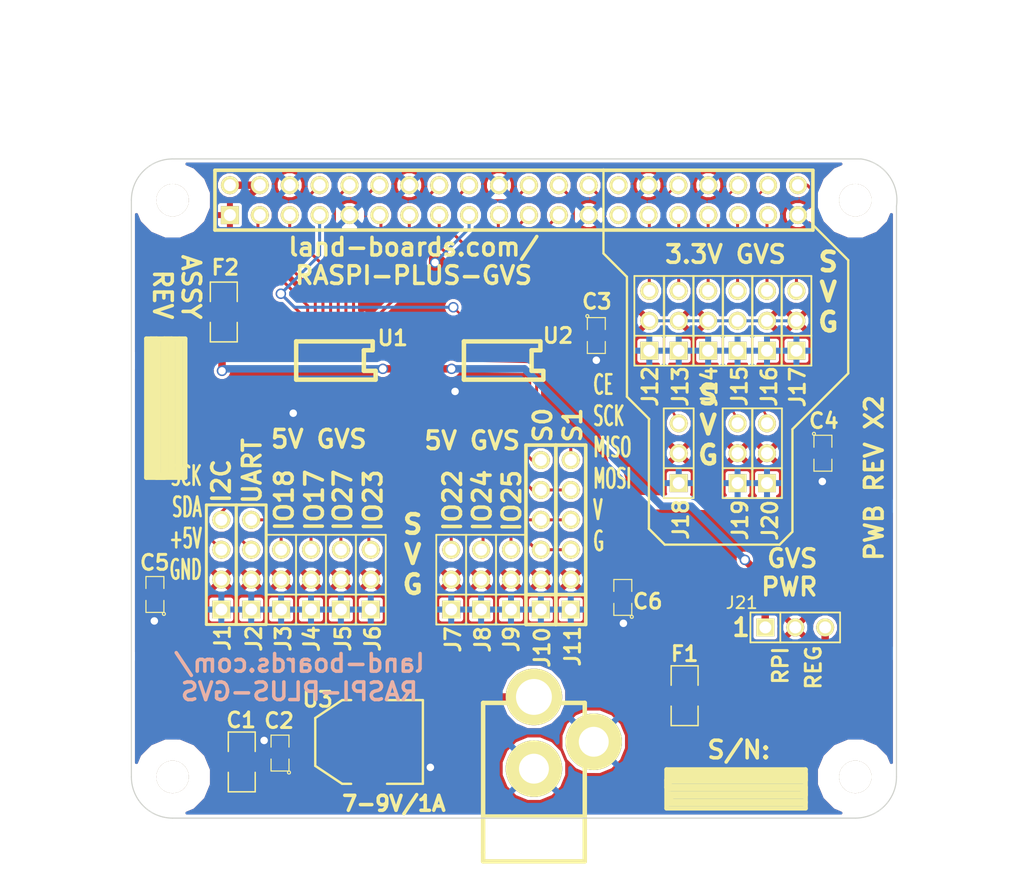
<source format=kicad_pcb>
(kicad_pcb (version 3) (host pcbnew "(2013-05-31 BZR 4019)-stable")
  (layers (15 F.Cu signal) (0 B.Cu signal) (20 B.SilkS user) (21 F.SilkS user) (22 B.Mask user) (23 F.Mask user) (28 Edge.Cuts user))
  (net 0 "")
  (net 1 /+3.3V)
  (net 2 /BIO_17)
  (net 3 /BIO_18)
  (net 4 /BIO_22)
  (net 5 /BIO_23)
  (net 6 /BIO_24)
  (net 7 /BIO_25)
  (net 8 /BIO_27)
  (net 9 /BRXD0)
  (net 10 /BSCLK1)
  (net 11 /BSDA1)
  (net 12 /BSPICE0)
  (net 13 /BSPICE1)
  (net 14 /BSPIMISO)
  (net 15 /BSPIMOSI)
  (net 16 /BSPISCK)
  (net 17 /BTXD0)
  (net 18 /GND)
  (net 19 /GV5V)
  (net 20 /IO_12)
  (net 21 /IO_13)
  (net 22 /IO_16)
  (net 23 /IO_17)
  (net 24 /IO_18)
  (net 25 /IO_19)
  (net 26 /IO_20)
  (net 27 /IO_21)
  (net 28 /IO_22)
  (net 29 /IO_23)
  (net 30 /IO_24)
  (net 31 /IO_25)
  (net 32 /IO_26)
  (net 33 /IO_27)
  (net 34 /IO_4)
  (net 35 /IO_5)
  (net 36 /IO_6)
  (net 37 /R5)
  (net 38 /RP5V)
  (net 39 /RXD0)
  (net 40 /SCLK1)
  (net 41 /SDA1)
  (net 42 /SPICE0)
  (net 43 /SPICE1)
  (net 44 /SPIMISO)
  (net 45 /SPIMOSI)
  (net 46 /SPISCK)
  (net 47 /TXD0)
  (net 48 /VR5V)
  (net 49 /VRIN)
  (net 50 /VROUT)
  (module PIN_ARRAY_4x1 (layer F.Cu) (at 10.18 34.47 90)
    (fp_text reference J2 (at -6.2716 0.234 90) (layer F.SilkS) (effects (font (size 1.27 1.27) (thickness 0.254))))
    (fp_text value CONN_4 hide)
    (pad 1 thru_hole rect (at -3.81 0 90) (size 1.524 1.524) (drill 1.016) (layers *.Cu *.Mask F.SilkS) (net 18 /GND))
    (pad 2 thru_hole circle (at -1.27 0 90) (size 1.524 1.524) (drill 1.016) (layers *.Cu *.Mask F.SilkS) (net 19 /GV5V))
    (pad 3 thru_hole circle (at 1.27 0 90) (size 1.524 1.524) (drill 1.016) (layers *.Cu *.Mask F.SilkS) (net 17 /BTXD0))
    (pad 4 thru_hole circle (at 3.81 0 90) (size 1.524 1.524) (drill 1.016) (layers *.Cu *.Mask F.SilkS) (net 9 /BRXD0))
  )
  (module PIN_ARRAY_3X1 (layer F.Cu) (at 12.72 35.74 90)
    (fp_text reference J3 (at -5.0016 0.1832 90) (layer F.SilkS) (effects (font (size 1.27 1.27) (thickness 0.254))))
    (fp_text value CONN_3 hide)
    (pad 1 thru_hole rect (at -2.54 0 90) (size 1.524 1.524) (drill 1.016) (layers *.Cu *.Mask F.SilkS) (net 18 /GND))
    (pad 2 thru_hole circle (at 0 0 90) (size 1.524 1.524) (drill 1.016) (layers *.Cu *.Mask F.SilkS) (net 19 /GV5V))
    (pad 3 thru_hole circle (at 2.54 0 90) (size 1.524 1.524) (drill 1.016) (layers *.Cu *.Mask F.SilkS) (net 3 /BIO_18))
  )
  (module PIN_ARRAY_3X1 (layer F.Cu) (at 17.8 35.74 90)
    (fp_text reference J5 (at -5.0016 0.1832 90) (layer F.SilkS) (effects (font (size 1.27 1.27) (thickness 0.254))))
    (fp_text value CONN_3 hide)
    (pad 1 thru_hole rect (at -2.54 0 90) (size 1.524 1.524) (drill 1.016) (layers *.Cu *.Mask F.SilkS) (net 18 /GND))
    (pad 2 thru_hole circle (at 0 0 90) (size 1.524 1.524) (drill 1.016) (layers *.Cu *.Mask F.SilkS) (net 19 /GV5V))
    (pad 3 thru_hole circle (at 2.54 0 90) (size 1.524 1.524) (drill 1.016) (layers *.Cu *.Mask F.SilkS) (net 8 /BIO_27))
  )
  (module PIN_ARRAY_3X1 (layer F.Cu) (at 27.17 35.74 90)
    (fp_text reference J7 (at -5.0778 0.1604 90) (layer F.SilkS) (effects (font (size 1.27 1.27) (thickness 0.254))))
    (fp_text value CONN_3 hide)
    (pad 1 thru_hole rect (at -2.54 0 90) (size 1.524 1.524) (drill 1.016) (layers *.Cu *.Mask F.SilkS) (net 18 /GND))
    (pad 2 thru_hole circle (at 0 0 90) (size 1.524 1.524) (drill 1.016) (layers *.Cu *.Mask F.SilkS) (net 19 /GV5V))
    (pad 3 thru_hole circle (at 2.54 0 90) (size 1.524 1.524) (drill 1.016) (layers *.Cu *.Mask F.SilkS) (net 4 /BIO_22))
  )
  (module PIN_ARRAY_3X1 (layer F.Cu) (at 32.25 35.74 90)
    (fp_text reference J9 (at -5.0524 0.0334 90) (layer F.SilkS) (effects (font (size 1.27 1.27) (thickness 0.254))))
    (fp_text value CONN_3 hide)
    (pad 1 thru_hole rect (at -2.54 0 90) (size 1.524 1.524) (drill 1.016) (layers *.Cu *.Mask F.SilkS) (net 18 /GND))
    (pad 2 thru_hole circle (at 0 0 90) (size 1.524 1.524) (drill 1.016) (layers *.Cu *.Mask F.SilkS) (net 19 /GV5V))
    (pad 3 thru_hole circle (at 2.54 0 90) (size 1.524 1.524) (drill 1.016) (layers *.Cu *.Mask F.SilkS) (net 7 /BIO_25))
  )
  (module PIN_ARRAY_3X1 (layer F.Cu) (at 20.34 35.74 90)
    (fp_text reference J6 (at -5.0016 0.1578 90) (layer F.SilkS) (effects (font (size 1.27 1.27) (thickness 0.254))))
    (fp_text value CONN_3 hide)
    (pad 1 thru_hole rect (at -2.54 0 90) (size 1.524 1.524) (drill 1.016) (layers *.Cu *.Mask F.SilkS) (net 18 /GND))
    (pad 2 thru_hole circle (at 0 0 90) (size 1.524 1.524) (drill 1.016) (layers *.Cu *.Mask F.SilkS) (net 19 /GV5V))
    (pad 3 thru_hole circle (at 2.54 0 90) (size 1.524 1.524) (drill 1.016) (layers *.Cu *.Mask F.SilkS) (net 5 /BIO_23))
  )
  (module PIN_ARRAY_3X1 (layer F.Cu) (at 29.71 35.74 90)
    (fp_text reference J8 (at -5.0778 0.135 90) (layer F.SilkS) (effects (font (size 1.27 1.27) (thickness 0.254))))
    (fp_text value CONN_3 hide)
    (pad 1 thru_hole rect (at -2.54 0 90) (size 1.524 1.524) (drill 1.016) (layers *.Cu *.Mask F.SilkS) (net 18 /GND))
    (pad 2 thru_hole circle (at 0 0 90) (size 1.524 1.524) (drill 1.016) (layers *.Cu *.Mask F.SilkS) (net 19 /GV5V))
    (pad 3 thru_hole circle (at 2.54 0 90) (size 1.524 1.524) (drill 1.016) (layers *.Cu *.Mask F.SilkS) (net 6 /BIO_24))
  )
  (module PIN_ARRAY-6X1 (layer F.Cu) (at 37.33 31.93 90)
    (fp_text reference J11 (at -9.472 0.1604 90) (layer F.SilkS) (effects (font (size 1.27 1.27) (thickness 0.254))))
    (fp_text value CONN_6 hide)
    (pad 1 thru_hole rect (at -6.35 0 90) (size 1.524 1.524) (drill 1.016) (layers *.Cu *.Mask F.SilkS) (net 18 /GND))
    (pad 2 thru_hole circle (at -3.81 0 90) (size 1.524 1.524) (drill 1.016) (layers *.Cu *.Mask F.SilkS) (net 19 /GV5V))
    (pad 3 thru_hole circle (at -1.27 0 90) (size 1.524 1.524) (drill 1.016) (layers *.Cu *.Mask F.SilkS) (net 15 /BSPIMOSI))
    (pad 4 thru_hole circle (at 1.27 0 90) (size 1.524 1.524) (drill 1.016) (layers *.Cu *.Mask F.SilkS) (net 14 /BSPIMISO))
    (pad 5 thru_hole circle (at 3.81 0 90) (size 1.524 1.524) (drill 1.016) (layers *.Cu *.Mask F.SilkS) (net 16 /BSPISCK))
    (pad 6 thru_hole circle (at 6.35 0 90) (size 1.524 1.524) (drill 1.016) (layers *.Cu *.Mask F.SilkS) (net 13 /BSPICE1))
  )
  (module SM1206 (layer F.Cu) (at 47 45.6 90)
    (fp_text reference F1 (at 3.556 0 180) (layer F.SilkS) (effects (font (size 1.27 1.27) (thickness 0.254))))
    (fp_text value FUSE hide)
    (pad 1 smd rect (at -1.651 0 90) (size 1.524 2.032) (layers F.Cu F.Mask) (net 50 /VROUT))
    (pad 2 smd rect (at 1.651 0 90) (size 1.524 2.032) (layers F.Cu F.Mask) (net 48 /VR5V))
  )
  (module PIN_ARRAY_4x1 (layer F.Cu) (at 7.64 34.47 90)
    (fp_text reference J1 (at -6.2208 0.107 90) (layer F.SilkS) (effects (font (size 1.27 1.27) (thickness 0.254))))
    (fp_text value CONN_4 hide)
    (pad 1 thru_hole rect (at -3.81 0 90) (size 1.524 1.524) (drill 1.016) (layers *.Cu *.Mask F.SilkS) (net 18 /GND))
    (pad 2 thru_hole circle (at -1.27 0 90) (size 1.524 1.524) (drill 1.016) (layers *.Cu *.Mask F.SilkS) (net 19 /GV5V))
    (pad 3 thru_hole circle (at 1.27 0 90) (size 1.524 1.524) (drill 1.016) (layers *.Cu *.Mask F.SilkS) (net 11 /BSDA1))
    (pad 4 thru_hole circle (at 3.81 0 90) (size 1.524 1.524) (drill 1.016) (layers *.Cu *.Mask F.SilkS) (net 10 /BSCLK1))
  )
  (module PIN_ARRAY_3X1 (layer F.Cu) (at 15.26 35.74 90)
    (fp_text reference J4 (at -5.027 0.0562 90) (layer F.SilkS) (effects (font (size 1.27 1.27) (thickness 0.254))))
    (fp_text value CONN_3 hide)
    (pad 1 thru_hole rect (at -2.54 0 90) (size 1.524 1.524) (drill 1.016) (layers *.Cu *.Mask F.SilkS) (net 18 /GND))
    (pad 2 thru_hole circle (at 0 0 90) (size 1.524 1.524) (drill 1.016) (layers *.Cu *.Mask F.SilkS) (net 19 /GV5V))
    (pad 3 thru_hole circle (at 2.54 0 90) (size 1.524 1.524) (drill 1.016) (layers *.Cu *.Mask F.SilkS) (net 2 /BIO_17))
  )
  (module PIN_ARRAY-6X1 (layer F.Cu) (at 34.79 31.93 90)
    (fp_text reference J10 (at -9.5736 0.1096 90) (layer F.SilkS) (effects (font (size 1.27 1.27) (thickness 0.254))))
    (fp_text value CONN_6 hide)
    (pad 1 thru_hole rect (at -6.35 0 90) (size 1.524 1.524) (drill 1.016) (layers *.Cu *.Mask F.SilkS) (net 18 /GND))
    (pad 2 thru_hole circle (at -3.81 0 90) (size 1.524 1.524) (drill 1.016) (layers *.Cu *.Mask F.SilkS) (net 19 /GV5V))
    (pad 3 thru_hole circle (at -1.27 0 90) (size 1.524 1.524) (drill 1.016) (layers *.Cu *.Mask F.SilkS) (net 15 /BSPIMOSI))
    (pad 4 thru_hole circle (at 1.27 0 90) (size 1.524 1.524) (drill 1.016) (layers *.Cu *.Mask F.SilkS) (net 14 /BSPIMISO))
    (pad 5 thru_hole circle (at 3.81 0 90) (size 1.524 1.524) (drill 1.016) (layers *.Cu *.Mask F.SilkS) (net 16 /BSPISCK))
    (pad 6 thru_hole circle (at 6.35 0 90) (size 1.524 1.524) (drill 1.016) (layers *.Cu *.Mask F.SilkS) (net 12 /BSPICE0))
  )
  (module SOG20 (layer F.Cu) (at 31.5 17 180)
    (fp_text reference U2 (at -4.7458 1.9886 180) (layer F.SilkS) (effects (font (size 1.27 1.27) (thickness 0.254))))
    (fp_text value TXB0108 hide)
    (pad 11 smd rect (at 2.95 -2.8 180) (size 0.25 1.55) (layers F.Cu F.Mask) (net 18 /GND))
    (pad 12 smd rect (at 2.275 -2.8 180) (size 0.25 1.55) (layers F.Cu F.Mask) (net 4 /BIO_22))
    (pad 13 smd rect (at 1.625 -2.8 180) (size 0.25 1.55) (layers F.Cu F.Mask) (net 6 /BIO_24))
    (pad 14 smd rect (at 0.975 -2.8 180) (size 0.25 1.55) (layers F.Cu F.Mask) (net 7 /BIO_25))
    (pad 15 smd rect (at 0.325 -2.8 180) (size 0.25 1.55) (layers F.Cu F.Mask) (net 15 /BSPIMOSI))
    (pad 16 smd rect (at -0.325 -2.8 180) (size 0.25 1.55) (layers F.Cu F.Mask) (net 14 /BSPIMISO))
    (pad 17 smd rect (at -0.975 -2.8 180) (size 0.25 1.55) (layers F.Cu F.Mask) (net 16 /BSPISCK))
    (pad 18 smd rect (at -1.625 -2.8 180) (size 0.25 1.55) (layers F.Cu F.Mask) (net 12 /BSPICE0))
    (pad 19 smd rect (at -2.275 -2.8 180) (size 0.25 1.55) (layers F.Cu F.Mask) (net 19 /GV5V))
    (pad 20 smd rect (at -2.925 -2.8 180) (size 0.25 1.55) (layers F.Cu F.Mask) (net 13 /BSPICE1))
    (pad 1 smd rect (at -2.925 2.8 180) (size 0.25 1.55) (layers F.Cu F.Mask) (net 43 /SPICE1))
    (pad 2 smd rect (at -2.275 2.8 180) (size 0.25 1.55) (layers F.Cu F.Mask) (net 1 /+3.3V))
    (pad 3 smd rect (at -1.625 2.8 180) (size 0.25 1.55) (layers F.Cu F.Mask) (net 42 /SPICE0))
    (pad 4 smd rect (at -0.975 2.8 180) (size 0.25 1.55) (layers F.Cu F.Mask) (net 46 /SPISCK))
    (pad 5 smd rect (at -0.325 2.8 180) (size 0.25 1.55) (layers F.Cu F.Mask) (net 44 /SPIMISO))
    (pad 6 smd rect (at 0.325 2.8 180) (size 0.25 1.55) (layers F.Cu F.Mask) (net 45 /SPIMOSI))
    (pad 7 smd rect (at 0.975 2.8 180) (size 0.25 1.55) (layers F.Cu F.Mask) (net 31 /IO_25))
    (pad 8 smd rect (at 1.625 2.8 180) (size 0.25 1.55) (layers F.Cu F.Mask) (net 30 /IO_24))
    (pad 9 smd rect (at 2.275 2.8 180) (size 0.25 1.55) (layers F.Cu F.Mask) (net 28 /IO_22))
    (pad 10 smd rect (at 2.925 2.8 180) (size 0.25 1.55) (layers F.Cu F.Mask) (net 34 /IO_4))
  )
  (module SOG20 (layer F.Cu) (at 17.25 17 180)
    (fp_text reference U1 (at -4.9496 1.7854 180) (layer F.SilkS) (effects (font (size 1.27 1.27) (thickness 0.254))))
    (fp_text value TXB0108 hide)
    (pad 11 smd rect (at 2.95 -2.8 180) (size 0.25 1.55) (layers F.Cu F.Mask) (net 18 /GND))
    (pad 12 smd rect (at 2.275 -2.8 180) (size 0.25 1.55) (layers F.Cu F.Mask) (net 11 /BSDA1))
    (pad 13 smd rect (at 1.625 -2.8 180) (size 0.25 1.55) (layers F.Cu F.Mask) (net 10 /BSCLK1))
    (pad 14 smd rect (at 0.975 -2.8 180) (size 0.25 1.55) (layers F.Cu F.Mask) (net 17 /BTXD0))
    (pad 15 smd rect (at 0.325 -2.8 180) (size 0.25 1.55) (layers F.Cu F.Mask) (net 9 /BRXD0))
    (pad 16 smd rect (at -0.325 -2.8 180) (size 0.25 1.55) (layers F.Cu F.Mask) (net 3 /BIO_18))
    (pad 17 smd rect (at -0.975 -2.8 180) (size 0.25 1.55) (layers F.Cu F.Mask) (net 2 /BIO_17))
    (pad 18 smd rect (at -1.625 -2.8 180) (size 0.25 1.55) (layers F.Cu F.Mask) (net 8 /BIO_27))
    (pad 19 smd rect (at -2.275 -2.8 180) (size 0.25 1.55) (layers F.Cu F.Mask) (net 19 /GV5V))
    (pad 20 smd rect (at -2.925 -2.8 180) (size 0.25 1.55) (layers F.Cu F.Mask) (net 5 /BIO_23))
    (pad 1 smd rect (at -2.925 2.8 180) (size 0.25 1.55) (layers F.Cu F.Mask) (net 29 /IO_23))
    (pad 2 smd rect (at -2.275 2.8 180) (size 0.25 1.55) (layers F.Cu F.Mask) (net 1 /+3.3V))
    (pad 3 smd rect (at -1.625 2.8 180) (size 0.25 1.55) (layers F.Cu F.Mask) (net 33 /IO_27))
    (pad 4 smd rect (at -0.975 2.8 180) (size 0.25 1.55) (layers F.Cu F.Mask) (net 23 /IO_17))
    (pad 5 smd rect (at -0.325 2.8 180) (size 0.25 1.55) (layers F.Cu F.Mask) (net 24 /IO_18))
    (pad 6 smd rect (at 0.325 2.8 180) (size 0.25 1.55) (layers F.Cu F.Mask) (net 39 /RXD0))
    (pad 7 smd rect (at 0.975 2.8 180) (size 0.25 1.55) (layers F.Cu F.Mask) (net 47 /TXD0))
    (pad 8 smd rect (at 1.625 2.8 180) (size 0.25 1.55) (layers F.Cu F.Mask) (net 40 /SCLK1))
    (pad 9 smd rect (at 2.275 2.8 180) (size 0.25 1.55) (layers F.Cu F.Mask) (net 41 /SDA1))
    (pad 10 smd rect (at 2.925 2.8 180) (size 0.25 1.55) (layers F.Cu F.Mask) (net 34 /IO_4))
  )
  (module SOT223 (layer F.Cu) (at 20.193 49.53 90)
    (fp_text reference U3 (at 3.6068 -4.3688 180) (layer F.SilkS) (effects (font (size 1.27 1.27) (thickness 0.254))))
    (fp_text value AP1117 hide)
    (pad 4 smd rect (at 0 -3.302 90) (size 3.6576 2.032) (layers F.Cu F.Mask) (net 50 /VROUT))
    (pad 2 smd rect (at 0 3.302 90) (size 1.016 2.032) (layers F.Cu F.Mask) (net 50 /VROUT))
    (pad 3 smd rect (at 2.286 3.302 90) (size 1.016 2.032) (layers F.Cu F.Mask) (net 49 /VRIN))
    (pad 1 smd rect (at -2.286 3.302 90) (size 1.016 2.032) (layers F.Cu F.Mask) (net 18 /GND))
  )
  (module SM1206 (layer F.Cu) (at 9.3772 51.2246 90)
    (fp_text reference C1 (at 3.5488 -0.0554 180) (layer F.SilkS) (effects (font (size 1.27 1.27) (thickness 0.254))))
    (fp_text value 106 hide)
    (pad 1 smd rect (at -1.651 0 90) (size 1.524 2.032) (layers F.Cu F.Mask) (net 50 /VROUT))
    (pad 2 smd rect (at 1.651 0 90) (size 1.524 2.032) (layers F.Cu F.Mask) (net 18 /GND))
  )
  (module SM1206 (layer F.Cu) (at 7.85 13 270)
    (fp_text reference F2 (at -3.7798 -0.1256 360) (layer F.SilkS) (effects (font (size 1.27 1.27) (thickness 0.254))))
    (fp_text value FUSE hide)
    (pad 1 smd rect (at -1.651 0 270) (size 1.524 2.032) (layers F.Cu F.Mask) (net 37 /R5))
    (pad 2 smd rect (at 1.651 0 270) (size 1.524 2.032) (layers F.Cu F.Mask) (net 38 /RP5V))
  )
  (module JACK_2.1MM (layer F.Cu) (at 34.2 51.8 90)
    (fp_text reference J22 hide)
    (fp_text value JACK-3.5MM hide)
    (pad 2 thru_hole circle (at 0 0 90) (size 4.8006 4.8006) (drill 2.54) (layers *.Cu *.Mask F.SilkS) (net 18 /GND))
    (pad 1 thru_hole circle (at 6.096 0 90) (size 4.8006 4.8006) (drill 3.048) (layers *.Cu *.Mask F.SilkS) (net 49 /VRIN))
    (pad 3 thru_hole circle (at 2.286 5.08 90) (size 4.8006 4.8006) (drill 2.54) (layers *.Cu *.Mask F.SilkS) (net 18 /GND))
  )
  (module SM0805 (layer F.Cu) (at 12.6272 50.4746 90)
    (fp_text reference C2 (at 2.748 -0.0796 180) (layer F.SilkS) (effects (font (size 1.27 1.27) (thickness 0.254))))
    (fp_text value 104 hide)
    (pad 1 smd rect (at -0.9525 0 90) (size 0.889 1.397) (layers F.Cu F.Mask) (net 50 /VROUT))
    (pad 2 smd rect (at 0.9525 0 90) (size 0.889 1.397) (layers F.Cu F.Mask) (net 18 /GND))
  )
  (module SM0805 (layer F.Cu) (at 39.5 15 270)
    (fp_text reference C3 (at -2.8842 -0.0478 360) (layer F.SilkS) (effects (font (size 1.27 1.27) (thickness 0.254))))
    (fp_text value 104 hide)
    (pad 1 smd rect (at -0.9525 0 270) (size 0.889 1.397) (layers F.Cu F.Mask) (net 1 /+3.3V))
    (pad 2 smd rect (at 0.9525 0 270) (size 0.889 1.397) (layers F.Cu F.Mask) (net 18 /GND))
  )
  (module SM0805 (layer F.Cu) (at 58.75 25 270)
    (fp_text reference C4 (at -2.7496 -0.0764 360) (layer F.SilkS) (effects (font (size 1.27 1.27) (thickness 0.254))))
    (fp_text value 104 hide)
    (pad 1 smd rect (at -0.9525 0 270) (size 0.889 1.397) (layers F.Cu F.Mask) (net 1 /+3.3V))
    (pad 2 smd rect (at 0.9525 0 270) (size 0.889 1.397) (layers F.Cu F.Mask) (net 18 /GND))
  )
  (module SM0805 (layer F.Cu) (at 2 37 90)
    (fp_text reference C5 (at 2.71 -0.0188 180) (layer F.SilkS) (effects (font (size 1.27 1.27) (thickness 0.254))))
    (fp_text value 104 hide)
    (pad 1 smd rect (at -0.9525 0 90) (size 0.889 1.397) (layers F.Cu F.Mask) (net 18 /GND))
    (pad 2 smd rect (at 0.9525 0 90) (size 0.889 1.397) (layers F.Cu F.Mask) (net 19 /GV5V))
  )
  (module SM0805 (layer F.Cu) (at 41.75 37.25 90)
    (fp_text reference C6 (at -0.342 2.1158 180) (layer F.SilkS) (effects (font (size 1.27 1.27) (thickness 0.254))))
    (fp_text value 104 hide)
    (pad 1 smd rect (at -0.9525 0 90) (size 0.889 1.397) (layers F.Cu F.Mask) (net 18 /GND))
    (pad 2 smd rect (at 0.9525 0 90) (size 0.889 1.397) (layers F.Cu F.Mask) (net 19 /GV5V))
  )
  (module REV_BLOCK (layer F.Cu) (at 51.816 53.3908 180)
    (fp_text reference COUP?2 hide)
    (fp_text value COUPON hide)
  )
  (module REV_BLOCK (layer F.Cu) (at 2.794 20.7264 270)
    (fp_text reference COUP?1 hide)
    (fp_text value COUPON hide)
  )
  (module PIN_ARRAY_3X1 (layer F.Cu) (at 44 13.75 90)
    (fp_text reference J12 (at -5.5794 0.069 90) (layer F.SilkS) (effects (font (size 1.27 1.27) (thickness 0.254))))
    (fp_text value CONN_3 hide)
    (pad 1 thru_hole rect (at -2.54 0 90) (size 1.524 1.524) (drill 1.016) (layers *.Cu *.Mask F.SilkS) (net 18 /GND))
    (pad 2 thru_hole circle (at 0 0 90) (size 1.524 1.524) (drill 1.016) (layers *.Cu *.Mask F.SilkS) (net 1 /+3.3V))
    (pad 3 thru_hole circle (at 2.54 0 90) (size 1.524 1.524) (drill 1.016) (layers *.Cu *.Mask F.SilkS) (net 35 /IO_5))
  )
  (module PIN_ARRAY_3X1 (layer F.Cu) (at 46.5 13.75 90)
    (fp_text reference J13 (at -5.5794 0.1344 90) (layer F.SilkS) (effects (font (size 1.27 1.27) (thickness 0.254))))
    (fp_text value CONN_3 hide)
    (pad 1 thru_hole rect (at -2.54 0 90) (size 1.524 1.524) (drill 1.016) (layers *.Cu *.Mask F.SilkS) (net 18 /GND))
    (pad 2 thru_hole circle (at 0 0 90) (size 1.524 1.524) (drill 1.016) (layers *.Cu *.Mask F.SilkS) (net 1 /+3.3V))
    (pad 3 thru_hole circle (at 2.54 0 90) (size 1.524 1.524) (drill 1.016) (layers *.Cu *.Mask F.SilkS) (net 36 /IO_6))
  )
  (module PIN_ARRAY_3X1 (layer F.Cu) (at 49 13.75 90)
    (fp_text reference J14 (at -5.6048 0.0982 90) (layer F.SilkS) (effects (font (size 1.27 1.27) (thickness 0.254))))
    (fp_text value CONN_3 hide)
    (pad 1 thru_hole rect (at -2.54 0 90) (size 1.524 1.524) (drill 1.016) (layers *.Cu *.Mask F.SilkS) (net 18 /GND))
    (pad 2 thru_hole circle (at 0 0 90) (size 1.524 1.524) (drill 1.016) (layers *.Cu *.Mask F.SilkS) (net 1 /+3.3V))
    (pad 3 thru_hole circle (at 2.54 0 90) (size 1.524 1.524) (drill 1.016) (layers *.Cu *.Mask F.SilkS) (net 21 /IO_13))
  )
  (module PIN_ARRAY_3X1 (layer F.Cu) (at 51.5 13.75 90)
    (fp_text reference J15 (at -5.554 0.1636 90) (layer F.SilkS) (effects (font (size 1.27 1.27) (thickness 0.254))))
    (fp_text value CONN_3 hide)
    (pad 1 thru_hole rect (at -2.54 0 90) (size 1.524 1.524) (drill 1.016) (layers *.Cu *.Mask F.SilkS) (net 18 /GND))
    (pad 2 thru_hole circle (at 0 0 90) (size 1.524 1.524) (drill 1.016) (layers *.Cu *.Mask F.SilkS) (net 1 /+3.3V))
    (pad 3 thru_hole circle (at 2.54 0 90) (size 1.524 1.524) (drill 1.016) (layers *.Cu *.Mask F.SilkS) (net 25 /IO_19))
  )
  (module PIN_ARRAY_3X1 (layer F.Cu) (at 54 13.75 90)
    (fp_text reference J16 (at -5.5794 0.1782 90) (layer F.SilkS) (effects (font (size 1.27 1.27) (thickness 0.254))))
    (fp_text value CONN_3 hide)
    (pad 1 thru_hole rect (at -2.54 0 90) (size 1.524 1.524) (drill 1.016) (layers *.Cu *.Mask F.SilkS) (net 18 /GND))
    (pad 2 thru_hole circle (at 0 0 90) (size 1.524 1.524) (drill 1.016) (layers *.Cu *.Mask F.SilkS) (net 1 /+3.3V))
    (pad 3 thru_hole circle (at 2.54 0 90) (size 1.524 1.524) (drill 1.016) (layers *.Cu *.Mask F.SilkS) (net 32 /IO_26))
  )
  (module PIN_ARRAY_3X1 (layer F.Cu) (at 46.5 25 90)
    (fp_text reference J18 (at -5.6324 0.1852 90) (layer F.SilkS) (effects (font (size 1.27 1.27) (thickness 0.254))))
    (fp_text value CONN_3 hide)
    (pad 1 thru_hole rect (at -2.54 0 90) (size 1.524 1.524) (drill 1.016) (layers *.Cu *.Mask F.SilkS) (net 18 /GND))
    (pad 2 thru_hole circle (at 0 0 90) (size 1.524 1.524) (drill 1.016) (layers *.Cu *.Mask F.SilkS) (net 1 /+3.3V))
    (pad 3 thru_hole circle (at 2.54 0 90) (size 1.524 1.524) (drill 1.016) (layers *.Cu *.Mask F.SilkS) (net 20 /IO_12))
  )
  (module PIN_ARRAY_3X1 (layer F.Cu) (at 51.5 25 90)
    (fp_text reference J19 (at -5.6832 0.2144 90) (layer F.SilkS) (effects (font (size 1.27 1.27) (thickness 0.254))))
    (fp_text value CONN_3 hide)
    (pad 1 thru_hole rect (at -2.54 0 90) (size 1.524 1.524) (drill 1.016) (layers *.Cu *.Mask F.SilkS) (net 18 /GND))
    (pad 2 thru_hole circle (at 0 0 90) (size 1.524 1.524) (drill 1.016) (layers *.Cu *.Mask F.SilkS) (net 1 /+3.3V))
    (pad 3 thru_hole circle (at 2.54 0 90) (size 1.524 1.524) (drill 1.016) (layers *.Cu *.Mask F.SilkS) (net 22 /IO_16))
  )
  (module PIN_ARRAY_3X1 (layer F.Cu) (at 54 25 90)
    (fp_text reference J20 (at -5.7086 0.2544 90) (layer F.SilkS) (effects (font (size 1.27 1.27) (thickness 0.254))))
    (fp_text value CONN_3 hide)
    (pad 1 thru_hole rect (at -2.54 0 90) (size 1.524 1.524) (drill 1.016) (layers *.Cu *.Mask F.SilkS) (net 18 /GND))
    (pad 2 thru_hole circle (at 0 0 90) (size 1.524 1.524) (drill 1.016) (layers *.Cu *.Mask F.SilkS) (net 1 /+3.3V))
    (pad 3 thru_hole circle (at 2.54 0 90) (size 1.524 1.524) (drill 1.016) (layers *.Cu *.Mask F.SilkS) (net 26 /IO_20))
  )
  (module PIN_ARRAY_3X1 (layer F.Cu) (at 56.5 13.75 90)
    (fp_text reference J17 (at -5.6302 0.0912 90) (layer F.SilkS) (effects (font (size 1.27 1.27) (thickness 0.254))))
    (fp_text value CONN_3 hide)
    (pad 1 thru_hole rect (at -2.54 0 90) (size 1.524 1.524) (drill 1.016) (layers *.Cu *.Mask F.SilkS) (net 18 /GND))
    (pad 2 thru_hole circle (at 0 0 90) (size 1.524 1.524) (drill 1.016) (layers *.Cu *.Mask F.SilkS) (net 1 /+3.3V))
    (pad 3 thru_hole circle (at 2.54 0 90) (size 1.524 1.524) (drill 1.016) (layers *.Cu *.Mask F.SilkS) (net 27 /IO_21))
  )
  (module PIN_ARRAY_20X2 (layer F.Cu) (at 32.5 3.5)
    (fp_text reference J24 hide)
    (fp_text value RASPIOPLUS hide)
    (pad 1 thru_hole rect (at -24.13 1.27) (size 1.524 1.524) (drill 1.016) (layers *.Cu *.Mask F.SilkS) (net 1 /+3.3V))
    (pad 2 thru_hole circle (at -24.13 -1.27) (size 1.524 1.524) (drill 1.016) (layers *.Cu *.Mask F.SilkS) (net 37 /R5))
    (pad 11 thru_hole circle (at -11.43 1.27) (size 1.524 1.524) (drill 1.016) (layers *.Cu *.Mask F.SilkS) (net 23 /IO_17))
    (pad 4 thru_hole circle (at -21.59 -1.27) (size 1.524 1.524) (drill 1.016) (layers *.Cu *.Mask F.SilkS) (net 37 /R5))
    (pad 13 thru_hole circle (at -8.89 1.27) (size 1.524 1.524) (drill 1.016) (layers *.Cu *.Mask F.SilkS) (net 33 /IO_27))
    (pad 6 thru_hole circle (at -19.05 -1.27) (size 1.524 1.524) (drill 1.016) (layers *.Cu *.Mask F.SilkS) (net 18 /GND))
    (pad 15 thru_hole circle (at -6.35 1.27) (size 1.524 1.524) (drill 1.016) (layers *.Cu *.Mask F.SilkS) (net 28 /IO_22))
    (pad 8 thru_hole circle (at -16.51 -1.27) (size 1.524 1.524) (drill 1.016) (layers *.Cu *.Mask F.SilkS) (net 47 /TXD0))
    (pad 17 thru_hole circle (at -3.81 1.27) (size 1.524 1.524) (drill 1.016) (layers *.Cu *.Mask F.SilkS) (net 1 /+3.3V))
    (pad 10 thru_hole circle (at -13.97 -1.27) (size 1.524 1.524) (drill 1.016) (layers *.Cu *.Mask F.SilkS) (net 39 /RXD0))
    (pad 19 thru_hole circle (at -1.27 1.27) (size 1.524 1.524) (drill 1.016) (layers *.Cu *.Mask F.SilkS) (net 45 /SPIMOSI))
    (pad 12 thru_hole circle (at -11.43 -1.27) (size 1.524 1.524) (drill 1.016) (layers *.Cu *.Mask F.SilkS) (net 24 /IO_18))
    (pad 21 thru_hole circle (at 1.27 1.27) (size 1.524 1.524) (drill 1.016) (layers *.Cu *.Mask F.SilkS) (net 44 /SPIMISO))
    (pad 14 thru_hole circle (at -8.89 -1.27) (size 1.524 1.524) (drill 1.016) (layers *.Cu *.Mask F.SilkS) (net 18 /GND))
    (pad 23 thru_hole circle (at 3.81 1.27) (size 1.524 1.524) (drill 1.016) (layers *.Cu *.Mask F.SilkS) (net 46 /SPISCK))
    (pad 16 thru_hole circle (at -6.35 -1.27) (size 1.524 1.524) (drill 1.016) (layers *.Cu *.Mask F.SilkS) (net 29 /IO_23))
    (pad 25 thru_hole circle (at 6.35 1.27) (size 1.524 1.524) (drill 1.016) (layers *.Cu *.Mask F.SilkS) (net 18 /GND))
    (pad 18 thru_hole circle (at -3.81 -1.27) (size 1.524 1.524) (drill 1.016) (layers *.Cu *.Mask F.SilkS) (net 30 /IO_24))
    (pad 27 thru_hole circle (at 8.89 1.27) (size 1.524 1.524) (drill 1.016) (layers *.Cu *.Mask F.SilkS))
    (pad 20 thru_hole circle (at -1.27 -1.27) (size 1.524 1.524) (drill 1.016) (layers *.Cu *.Mask F.SilkS) (net 18 /GND))
    (pad 29 thru_hole circle (at 11.43 1.27) (size 1.524 1.524) (drill 1.016) (layers *.Cu *.Mask F.SilkS) (net 35 /IO_5))
    (pad 22 thru_hole circle (at 1.27 -1.27) (size 1.524 1.524) (drill 1.016) (layers *.Cu *.Mask F.SilkS) (net 31 /IO_25))
    (pad 31 thru_hole circle (at 13.97 1.27) (size 1.524 1.524) (drill 1.016) (layers *.Cu *.Mask F.SilkS) (net 36 /IO_6))
    (pad 24 thru_hole circle (at 3.81 -1.27) (size 1.524 1.524) (drill 1.016) (layers *.Cu *.Mask F.SilkS) (net 42 /SPICE0))
    (pad 26 thru_hole circle (at 6.35 -1.27) (size 1.524 1.524) (drill 1.016) (layers *.Cu *.Mask F.SilkS) (net 43 /SPICE1))
    (pad 33 thru_hole circle (at 16.51 1.27) (size 1.524 1.524) (drill 1.016) (layers *.Cu *.Mask F.SilkS) (net 21 /IO_13))
    (pad 28 thru_hole circle (at 8.89 -1.27) (size 1.524 1.524) (drill 1.016) (layers *.Cu *.Mask F.SilkS))
    (pad 32 thru_hole circle (at 13.97 -1.27) (size 1.524 1.524) (drill 1.016) (layers *.Cu *.Mask F.SilkS) (net 20 /IO_12))
    (pad 34 thru_hole circle (at 16.51 -1.27) (size 1.524 1.524) (drill 1.016) (layers *.Cu *.Mask F.SilkS) (net 18 /GND))
    (pad 36 thru_hole circle (at 19.05 -1.27) (size 1.524 1.524) (drill 1.016) (layers *.Cu *.Mask F.SilkS) (net 22 /IO_16))
    (pad 38 thru_hole circle (at 21.59 -1.27) (size 1.524 1.524) (drill 1.016) (layers *.Cu *.Mask F.SilkS) (net 26 /IO_20))
    (pad 35 thru_hole circle (at 19.05 1.27) (size 1.524 1.524) (drill 1.016) (layers *.Cu *.Mask F.SilkS) (net 25 /IO_19))
    (pad 37 thru_hole circle (at 21.59 1.27) (size 1.524 1.524) (drill 1.016) (layers *.Cu *.Mask F.SilkS) (net 32 /IO_26))
    (pad 3 thru_hole circle (at -21.59 1.27) (size 1.524 1.524) (drill 1.016) (layers *.Cu *.Mask F.SilkS) (net 41 /SDA1))
    (pad 5 thru_hole circle (at -19.05 1.27) (size 1.524 1.524) (drill 1.016) (layers *.Cu *.Mask F.SilkS) (net 40 /SCLK1))
    (pad 7 thru_hole circle (at -16.51 1.27) (size 1.524 1.524) (drill 1.016) (layers *.Cu *.Mask F.SilkS) (net 34 /IO_4))
    (pad 9 thru_hole circle (at -13.97 1.27) (size 1.524 1.524) (drill 1.016) (layers *.Cu *.Mask F.SilkS) (net 18 /GND))
    (pad 39 thru_hole circle (at 24.13 1.27) (size 1.524 1.524) (drill 1.016) (layers *.Cu *.Mask F.SilkS) (net 18 /GND))
    (pad 40 thru_hole circle (at 24.13 -1.27) (size 1.524 1.524) (drill 1.016) (layers *.Cu *.Mask F.SilkS) (net 27 /IO_21))
    (pad 30 thru_hole circle (at 11.43 -1.27) (size 1.524 1.524) (drill 1.016) (layers *.Cu *.Mask F.SilkS) (net 18 /GND))
  )
  (module PIN_ARRAY_3X1 (layer F.Cu) (at 56.4 39.8)
    (fp_text reference J21 (at -4.55 -2.1) (layer F.SilkS) (effects (font (size 1.016 1.016) (thickness 0.1524))))
    (fp_text value CONN_3 hide)
    (pad 1 thru_hole rect (at -2.54 0) (size 1.524 1.524) (drill 1.016) (layers *.Cu *.Mask F.SilkS) (net 38 /RP5V))
    (pad 2 thru_hole circle (at 0 0) (size 1.524 1.524) (drill 1.016) (layers *.Cu *.Mask F.SilkS) (net 19 /GV5V))
    (pad 3 thru_hole circle (at 2.54 0) (size 1.524 1.524) (drill 1.016) (layers *.Cu *.Mask F.SilkS) (net 48 /VR5V))
  )
  (module MTG-2.75MM (layer F.Cu) (at 61.5 52.5)
    (fp_text reference MTG4 hide)
    (fp_text value CONN_1 hide)
    (pad 1 thru_hole circle (at 0 0) (size 2.75 2.75) (drill 2.75) (layers *.Cu *.Mask F.SilkS) (clearance 1.8))
  )
  (module MTG-2.75MM (layer F.Cu) (at 3.5 52.5)
    (fp_text reference MTG3 hide)
    (fp_text value CONN_1 hide)
    (pad 1 thru_hole circle (at 0 0) (size 2.75 2.75) (drill 2.75) (layers *.Cu *.Mask F.SilkS) (clearance 1.8))
  )
  (module MTG-2.75MM (layer F.Cu) (at 61.5 3.5)
    (fp_text reference MTG2 hide)
    (fp_text value CONN_1 hide)
    (pad 1 thru_hole circle (at 0 0) (size 2.75 2.75) (drill 2.75) (layers *.Cu *.Mask F.SilkS) (clearance 1.8))
  )
  (module MTG-2.75MM (layer F.Cu) (at 3.5 3.5)
    (fp_text reference MTG1 hide)
    (fp_text value CONN_1 hide)
    (pad 1 thru_hole circle (at 0 0) (size 2.75 2.75) (drill 2.75) (layers *.Cu *.Mask F.SilkS) (clearance 1.8))
  )
  (gr_text RPI (at 55.15 41.3 90) (layer F.SilkS) (effects (font (size 1.27 1.27) (thickness 0.25)) (justify right)))
  (gr_line (start 40.1066 8.0264) (end 40.1066 0.889) (angle 90) (layer F.SilkS) (width 0.2))
  (gr_line (start 42.0878 10.0076) (end 40.1066 8.0264) (angle 90) (layer F.SilkS) (width 0.2))
  (gr_line (start 43.9674 31.4198) (end 43.9674 22.0726) (angle 90) (layer F.SilkS) (width 0.2))
  (gr_line (start 45.3136 32.766) (end 43.9674 31.4198) (angle 90) (layer F.SilkS) (width 0.2))
  (gr_line (start 55.0672 32.766) (end 45.3136 32.766) (angle 90) (layer F.SilkS) (width 0.2))
  (gr_line (start 56.1594 31.6738) (end 55.0672 32.766) (angle 90) (layer F.SilkS) (width 0.2))
  (gr_line (start 56.1594 22.9616) (end 56.1594 31.6738) (angle 90) (layer F.SilkS) (width 0.2))
  (gr_line (start 60.9092 18.2118) (end 56.1594 22.9616) (angle 90) (layer F.SilkS) (width 0.2))
  (gr_text REG (at 57.95 41.2 90) (layer F.SilkS) (effects (font (size 1.27 1.27) (thickness 0.25)) (justify right)))
  (gr_text "GVS\nPWR" (at 58.45 35.15) (layer F.SilkS) (effects (font (size 1.5 1.5) (thickness 0.3)) (justify right)))
  (gr_text "5V GVS" (at 28.956 23.9268) (layer F.SilkS) (effects (font (size 1.5 1.5) (thickness 0.3))))
  (gr_line (start 60.9 8.6) (end 57.9 5.6) (angle 90) (layer F.SilkS) (width 0.2))
  (gr_line (start 60.9 18.2) (end 60.9 8.6) (angle 90) (layer F.SilkS) (width 0.2))
  (gr_line (start 42.1 20.2) (end 44 22.1) (angle 90) (layer F.SilkS) (width 0.2))
  (gr_line (start 42.1 10) (end 42.1 20.2) (angle 90) (layer F.SilkS) (width 0.2))
  (gr_text "S\nV\nG" (at 59.2 11.3) (layer F.SilkS) (effects (font (size 1.5875 1.5875) (thickness 0.381))))
  (gr_text "S\nV\nG" (at 49 22.6) (layer F.SilkS) (effects (font (size 1.5875 1.5875) (thickness 0.381))))
  (gr_text "3.3V GVS" (at 50.4698 8.1026) (layer F.SilkS) (effects (font (size 1.5 1.5) (thickness 0.3))))
  (gr_text "5V GVS" (at 15.9258 23.7998) (layer F.SilkS) (effects (font (size 1.5 1.5) (thickness 0.3))))
  (gr_text "land-boards.com/\nRASPI-PLUS-GVS" (at 14.2748 44.0436) (layer B.SilkS) (effects (font (size 1.5 1.5) (thickness 0.3)) (justify mirror)))
  (gr_line (start 61.5 56) (end 3.5 56) (angle 90) (layer Edge.Cuts) (width 0.1))
  (gr_line (start 65 4) (end 65 52.5) (angle 90) (layer Edge.Cuts) (width 0.1))
  (gr_line (start 3.5 0) (end 62 0) (angle 90) (layer Edge.Cuts) (width 0.1))
  (gr_line (start 0 52.5) (end 0 3.5) (angle 90) (layer Edge.Cuts) (width 0.1))
  (gr_arc (start 61.5 3.5) (end 62 0) (angle 90) (layer Edge.Cuts) (width 0.1))
  (gr_arc (start 61.5 52.5) (end 65 52.5) (angle 90) (layer Edge.Cuts) (width 0.1))
  (gr_arc (start 3.5 52.5) (end 3.5 56) (angle 90) (layer Edge.Cuts) (width 0.1))
  (gr_arc (start 3.5 3.5) (end 0 3.5) (angle 90) (layer Edge.Cuts) (width 0.1))
  (gr_text "PWB REV X2" (at 63.1 27.1 90) (layer F.SilkS) (effects (font (size 1.5 1.5) (thickness 0.3))))
  (gr_text "ASSY\nREV" (at 3.8608 13.7922 270) (layer F.SilkS) (effects (font (size 1.5 1.5) (thickness 0.3)) (justify right)))
  (gr_text S/N: (at 51.6 50.2) (layer F.SilkS) (effects (font (size 1.5 1.5) (thickness 0.3))))
  (gr_text 1 (at 51.8 39.8) (layer F.SilkS) (effects (font (size 1.5 1.5) (thickness 0.3))))
  (gr_text 7-9V/1A (at 22.3012 54.7624) (layer F.SilkS) (effects (font (size 1.27 1.27) (thickness 0.3))))
  (gr_text "SCK\nSDA\n+5V\nGND" (at 6.116 30.914) (layer F.SilkS) (effects (font (size 1.651 0.889) (thickness 0.22225)) (justify right)))
  (gr_text "CE\nSCK\nMISO\nMOSI\nV\nG" (at 39.108 25.834) (layer F.SilkS) (effects (font (size 1.651 0.889) (thickness 0.22225)) (justify left)))
  (gr_text "land-boards.com/\nRASPI-PLUS-GVS" (at 23.9776 8.6868) (layer F.SilkS) (effects (font (size 1.5 1.5) (thickness 0.3))))
  (gr_text S1 (at 37.4904 22.606 90) (layer F.SilkS) (effects (font (size 1.5 1.5) (thickness 0.3))))
  (gr_text S0 (at 34.9504 22.606 90) (layer F.SilkS) (effects (font (size 1.5 1.5) (thickness 0.3))))
  (gr_text IO25 (at 32.3088 29.0322 90) (layer F.SilkS) (effects (font (size 1.5 1.5) (thickness 0.3))))
  (gr_text IO24 (at 29.7942 29.0068 90) (layer F.SilkS) (effects (font (size 1.5 1.5) (thickness 0.3))))
  (gr_text IO22 (at 27.2796 29.0068 90) (layer F.SilkS) (effects (font (size 1.5 1.5) (thickness 0.3))))
  (gr_text IO23 (at 20.5232 29.0068 90) (layer F.SilkS) (effects (font (size 1.5 1.5) (thickness 0.3))))
  (gr_text IO27 (at 17.9578 28.9814 90) (layer F.SilkS) (effects (font (size 1.5 1.5) (thickness 0.3))))
  (gr_text IO17 (at 15.5448 28.9814 90) (layer F.SilkS) (effects (font (size 1.5 1.5) (thickness 0.3))))
  (gr_text IO18 (at 12.9794 28.9814 90) (layer F.SilkS) (effects (font (size 1.5 1.5) (thickness 0.3))))
  (gr_text UART (at 10.25 26.5 90) (layer F.SilkS) (effects (font (size 1.5 1.5) (thickness 0.3))))
  (gr_text I2C (at 7.64 27.358 90) (layer F.SilkS) (effects (font (size 1.5 1.5) (thickness 0.3))))
  (gr_text "S\nV\nG" (at 23.9 33.6) (layer F.SilkS) (effects (font (size 1.5875 1.5875) (thickness 0.381))))
  (segment (start 44 13.75) (end 46.5 13.75) (width 0.254) (layer B.Cu) (net 1))
  (segment (start 46.5 13.75) (end 49 13.75) (width 0.254) (layer B.Cu) (net 1))
  (segment (start 49 13.75) (end 51.5 13.75) (width 0.254) (layer B.Cu) (net 1))
  (segment (start 51.5 13.75) (end 54 13.75) (width 0.254) (layer B.Cu) (net 1))
  (segment (start 54 13.75) (end 56.5 13.75) (width 0.254) (layer B.Cu) (net 1))
  (segment (start 28.69 4.77) (end 28.69 5.91) (width 0.254) (layer B.Cu) (net 1))
  (via (at 25.8 8.8) (size 0.889) (layers F.Cu B.Cu) (net 1))
  (segment (start 28.69 5.91) (end 25.8 8.8) (width 0.254) (layer B.Cu) (net 1))
  (segment (start 18.225 19.8) (end 18.225 28.375) (width 0.254) (layer F.Cu) (net 2))
  (segment (start 15.26 31.34) (end 15.26 33.2) (width 0.254) (layer F.Cu) (net 2))
  (segment (start 18.225 28.375) (end 15.26 31.34) (width 0.254) (layer F.Cu) (net 2))
  (segment (start 17.575 19.8) (end 17.575 26.025) (width 0.254) (layer F.Cu) (net 3))
  (segment (start 12.72 30.88) (end 12.72 33.2) (width 0.254) (layer F.Cu) (net 3))
  (segment (start 17.575 26.025) (end 12.72 30.88) (width 0.254) (layer F.Cu) (net 3))
  (segment (start 29.225 19.8) (end 29.225 21.325) (width 0.254) (layer F.Cu) (net 4))
  (segment (start 27.17 23.38) (end 27.17 33.2) (width 0.254) (layer F.Cu) (net 4))
  (segment (start 29.225 21.325) (end 27.17 23.38) (width 0.254) (layer F.Cu) (net 4))
  (segment (start 20.175 19.8) (end 20.175 33.035) (width 0.254) (layer F.Cu) (net 5))
  (segment (start 20.175 33.035) (end 20.34 33.2) (width 0.254) (layer F.Cu) (net 5))
  (segment (start 29.875 19.8) (end 29.875 33.035) (width 0.254) (layer F.Cu) (net 6))
  (segment (start 29.875 33.035) (end 29.71 33.2) (width 0.254) (layer F.Cu) (net 6))
  (segment (start 30.525 19.8) (end 30.525 29.725) (width 0.254) (layer F.Cu) (net 7))
  (segment (start 32.25 31.45) (end 32.25 33.2) (width 0.254) (layer F.Cu) (net 7))
  (segment (start 30.525 29.725) (end 32.25 31.45) (width 0.254) (layer F.Cu) (net 7))
  (segment (start 18.875 19.8) (end 18.875 30.675) (width 0.254) (layer F.Cu) (net 8))
  (segment (start 17.8 31.75) (end 17.8 33.2) (width 0.254) (layer F.Cu) (net 8))
  (segment (start 18.875 30.675) (end 17.8 31.75) (width 0.254) (layer F.Cu) (net 8))
  (segment (start 16.925 19.8) (end 16.925 25.675) (width 0.254) (layer F.Cu) (net 9))
  (segment (start 11.94 30.66) (end 10.18 30.66) (width 0.254) (layer F.Cu) (net 9))
  (segment (start 16.925 25.675) (end 11.94 30.66) (width 0.254) (layer F.Cu) (net 9))
  (segment (start 15.625 19.8) (end 15.625 22.025) (width 0.254) (layer F.Cu) (net 10))
  (segment (start 7.64 30.01) (end 7.64 30.66) (width 0.254) (layer F.Cu) (net 10))
  (segment (start 15.625 22.025) (end 7.64 30.01) (width 0.254) (layer F.Cu) (net 10))
  (segment (start 14.975 19.8) (end 14.975 21.725) (width 0.254) (layer F.Cu) (net 11))
  (segment (start 6.3 31.86) (end 7.64 33.2) (width 0.254) (layer F.Cu) (net 11))
  (segment (start 6.3 29.35) (end 6.3 31.86) (width 0.254) (layer F.Cu) (net 11))
  (segment (start 6.45 29.2) (end 6.3 29.35) (width 0.254) (layer F.Cu) (net 11))
  (segment (start 7.5 29.2) (end 6.45 29.2) (width 0.254) (layer F.Cu) (net 11))
  (segment (start 14.975 21.725) (end 7.5 29.2) (width 0.254) (layer F.Cu) (net 11))
  (segment (start 33.125 19.8) (end 33.125 24.675) (width 0.254) (layer F.Cu) (net 12))
  (segment (start 34.03 25.58) (end 34.79 25.58) (width 0.254) (layer F.Cu) (net 12))
  (segment (start 33.125 24.675) (end 34.03 25.58) (width 0.254) (layer F.Cu) (net 12))
  (segment (start 34.425 19.8) (end 34.425 20.925) (width 0.254) (layer F.Cu) (net 13))
  (segment (start 37.33 23.83) (end 37.33 25.58) (width 0.254) (layer F.Cu) (net 13))
  (segment (start 34.425 20.925) (end 37.33 23.83) (width 0.254) (layer F.Cu) (net 13))
  (segment (start 34.79 30.66) (end 37.33 30.66) (width 0.254) (layer F.Cu) (net 14))
  (segment (start 31.825 19.8) (end 31.825 29.225) (width 0.254) (layer F.Cu) (net 14))
  (segment (start 33.26 30.66) (end 34.79 30.66) (width 0.254) (layer F.Cu) (net 14))
  (segment (start 31.825 29.225) (end 33.26 30.66) (width 0.254) (layer F.Cu) (net 14))
  (segment (start 34.79 33.2) (end 37.33 33.2) (width 0.254) (layer F.Cu) (net 15))
  (segment (start 31.175 19.8) (end 31.175 29.475) (width 0.254) (layer F.Cu) (net 15))
  (segment (start 34.4 33.2) (end 34.79 33.2) (width 0.254) (layer F.Cu) (net 15))
  (segment (start 33.45 32.25) (end 34.4 33.2) (width 0.254) (layer F.Cu) (net 15))
  (segment (start 33.45 31.75) (end 33.45 32.25) (width 0.254) (layer F.Cu) (net 15))
  (segment (start 31.175 29.475) (end 33.45 31.75) (width 0.254) (layer F.Cu) (net 15))
  (segment (start 32.475 19.8) (end 32.475 26.525) (width 0.254) (layer F.Cu) (net 16))
  (segment (start 34.07 28.12) (end 34.79 28.12) (width 0.254) (layer F.Cu) (net 16))
  (segment (start 32.475 26.525) (end 34.07 28.12) (width 0.254) (layer F.Cu) (net 16))
  (segment (start 34.79 28.12) (end 37.33 28.12) (width 0.254) (layer F.Cu) (net 16))
  (segment (start 16.275 19.8) (end 16.275 22.225) (width 0.254) (layer F.Cu) (net 17))
  (segment (start 8.9 31.92) (end 10.18 33.2) (width 0.254) (layer F.Cu) (net 17))
  (segment (start 8.9 29.6) (end 8.9 31.92) (width 0.254) (layer F.Cu) (net 17))
  (segment (start 16.275 22.225) (end 8.9 29.6) (width 0.254) (layer F.Cu) (net 17))
  (segment (start 12.6272 49.5221) (end 11.3967 49.5221) (width 0.635) (layer F.Cu) (net 18))
  (segment (start 11.107 49.5736) (end 11.2776 49.403) (width 0.635) (layer F.Cu) (net 18))
  (via (at 11.2776 49.403) (size 0.889) (layers F.Cu B.Cu) (net 18))
  (segment (start 11.107 49.5736) (end 9.3772 49.5736) (width 0.635) (layer F.Cu) (net 18))
  (segment (start 11.3967 49.5221) (end 11.2776 49.403) (width 0.635) (layer F.Cu) (net 18))
  (segment (start 23.495 51.816) (end 25.273 51.816) (width 0.254) (layer F.Cu) (net 18))
  (via (at 25.4 51.689) (size 0.889) (layers F.Cu B.Cu) (net 18))
  (segment (start 25.273 51.816) (end 25.4 51.689) (width 0.254) (layer F.Cu) (net 18))
  (segment (start 2 37.9525) (end 2 39.2) (width 0.254) (layer F.Cu) (net 18))
  (via (at 1.95 39.25) (size 0.889) (layers F.Cu B.Cu) (net 18))
  (segment (start 2 39.2) (end 1.95 39.25) (width 0.254) (layer F.Cu) (net 18))
  (segment (start 58.75 25.9525) (end 58.75 27.35) (width 0.254) (layer F.Cu) (net 18))
  (via (at 58.7 27.4) (size 0.889) (layers F.Cu B.Cu) (net 18))
  (segment (start 58.75 27.35) (end 58.7 27.4) (width 0.254) (layer F.Cu) (net 18))
  (segment (start 28.55 19.8) (end 27.55 19.8) (width 0.254) (layer F.Cu) (net 18))
  (via (at 27.5 19.75) (size 0.889) (layers F.Cu B.Cu) (net 18))
  (segment (start 27.55 19.8) (end 27.5 19.75) (width 0.254) (layer F.Cu) (net 18))
  (segment (start 39.5 15.9525) (end 39.5 17.1) (width 0.254) (layer F.Cu) (net 18))
  (via (at 39.5 17.1) (size 0.889) (layers F.Cu B.Cu) (net 18))
  (segment (start 41.75 38.2025) (end 41.75 39.4) (width 0.254) (layer F.Cu) (net 18))
  (via (at 41.8 39.45) (size 0.889) (layers F.Cu B.Cu) (net 18))
  (segment (start 41.75 39.4) (end 41.8 39.45) (width 0.254) (layer F.Cu) (net 18))
  (segment (start 9.632 49.599) (end 9.831 49.4) (width 0.254) (layer F.Cu) (net 18))
  (segment (start 9.9785 49.5475) (end 9.831 49.4) (width 0.254) (layer F.Cu) (net 18))
  (segment (start 14.3 19.8) (end 14.3 21.3) (width 0.254) (layer F.Cu) (net 18))
  (via (at 13.75 21.6) (size 0.889) (layers F.Cu B.Cu) (net 18))
  (segment (start 14 21.6) (end 13.75 21.6) (width 0.254) (layer F.Cu) (net 18))
  (segment (start 14.3 21.3) (end 14 21.6) (width 0.254) (layer F.Cu) (net 18))
  (segment (start 46.47 2.23) (end 46.32 2.23) (width 0.2032) (layer F.Cu) (net 20))
  (segment (start 45.25 19.96) (end 46.5 22.46) (width 0.2032) (layer F.Cu) (net 20))
  (segment (start 45.25 9.95) (end 45.25 19.96) (width 0.2032) (layer F.Cu) (net 20))
  (segment (start 45.2 9.9) (end 45.25 9.95) (width 0.2032) (layer F.Cu) (net 20))
  (segment (start 45.2 3.35) (end 45.2 9.9) (width 0.2032) (layer F.Cu) (net 20))
  (segment (start 46.32 2.23) (end 45.2 3.35) (width 0.2032) (layer F.Cu) (net 20))
  (segment (start 49 11.21) (end 49 4.78) (width 0.254) (layer F.Cu) (net 21))
  (segment (start 49 4.78) (end 49.01 4.77) (width 0.254) (layer F.Cu) (net 21))
  (segment (start 51.5 22.46) (end 51.5 22.2) (width 0.2032) (layer F.Cu) (net 22))
  (segment (start 50.25 3.53) (end 51.55 2.23) (width 0.2032) (layer F.Cu) (net 22))
  (segment (start 50.25 19.7) (end 50.25 3.53) (width 0.2032) (layer F.Cu) (net 22))
  (segment (start 51.5 22.2) (end 50.25 19.7) (width 0.2032) (layer F.Cu) (net 22))
  (segment (start 18.225 14.2) (end 18.225 11.025) (width 0.254) (layer F.Cu) (net 23))
  (segment (start 21.2 4.9) (end 21.07 4.77) (width 0.254) (layer F.Cu) (net 23))
  (segment (start 21.2 8.05) (end 21.2 4.9) (width 0.254) (layer F.Cu) (net 23))
  (segment (start 18.225 11.025) (end 21.2 8.05) (width 0.254) (layer F.Cu) (net 23))
  (segment (start 21.07 2.23) (end 20.87 2.23) (width 0.254) (layer F.Cu) (net 24))
  (segment (start 17.575 10.625) (end 17.575 14.2) (width 0.254) (layer F.Cu) (net 24))
  (segment (start 19.9 8.3) (end 17.575 10.625) (width 0.254) (layer F.Cu) (net 24))
  (segment (start 19.9 3.2) (end 19.9 8.3) (width 0.254) (layer F.Cu) (net 24))
  (segment (start 20.87 2.23) (end 19.9 3.2) (width 0.254) (layer F.Cu) (net 24))
  (segment (start 51.5 11.21) (end 51.5 4.82) (width 0.254) (layer F.Cu) (net 25))
  (segment (start 51.5 4.82) (end 51.55 4.77) (width 0.254) (layer F.Cu) (net 25))
  (segment (start 54 22.46) (end 54 21.95) (width 0.2032) (layer F.Cu) (net 26))
  (segment (start 52.75 3.57) (end 54.09 2.23) (width 0.2032) (layer F.Cu) (net 26))
  (segment (start 52.75 19.45) (end 52.75 3.57) (width 0.2032) (layer F.Cu) (net 26))
  (segment (start 54 21.95) (end 52.75 19.45) (width 0.2032) (layer F.Cu) (net 26))
  (segment (start 56.5 11.21) (end 56.5 7.75) (width 0.254) (layer F.Cu) (net 27))
  (segment (start 57.43 2.23) (end 56.63 2.23) (width 0.254) (layer F.Cu) (net 27))
  (segment (start 58.1 2.9) (end 57.43 2.23) (width 0.254) (layer F.Cu) (net 27))
  (segment (start 58.1 6.15) (end 58.1 2.9) (width 0.254) (layer F.Cu) (net 27))
  (segment (start 56.5 7.75) (end 58.1 6.15) (width 0.254) (layer F.Cu) (net 27))
  (segment (start 29.225 14.2) (end 29.225 10.475) (width 0.254) (layer F.Cu) (net 28))
  (segment (start 26.15 7.4) (end 26.15 4.77) (width 0.254) (layer F.Cu) (net 28))
  (segment (start 29.225 10.475) (end 26.15 7.4) (width 0.254) (layer F.Cu) (net 28))
  (segment (start 20.175 14.2) (end 20.175 14.075) (width 0.254) (layer F.Cu) (net 29))
  (segment (start 24.9 3.48) (end 26.15 2.23) (width 0.254) (layer F.Cu) (net 29))
  (segment (start 24.9 9.35) (end 24.9 3.48) (width 0.254) (layer F.Cu) (net 29))
  (segment (start 20.175 14.075) (end 24.9 9.35) (width 0.254) (layer F.Cu) (net 29))
  (segment (start 29.875 14.2) (end 29.875 8.875) (width 0.254) (layer F.Cu) (net 30))
  (segment (start 27.3 3.62) (end 28.69 2.23) (width 0.254) (layer F.Cu) (net 30))
  (segment (start 27.3 6.3) (end 27.3 3.62) (width 0.254) (layer F.Cu) (net 30))
  (segment (start 29.875 8.875) (end 27.3 6.3) (width 0.254) (layer F.Cu) (net 30))
  (segment (start 30.525 14.2) (end 30.525 6.675) (width 0.254) (layer F.Cu) (net 31))
  (segment (start 32.45 3.55) (end 33.77 2.23) (width 0.254) (layer F.Cu) (net 31))
  (segment (start 30.6 3.55) (end 32.45 3.55) (width 0.254) (layer F.Cu) (net 31))
  (segment (start 30.05 4.1) (end 30.6 3.55) (width 0.254) (layer F.Cu) (net 31))
  (segment (start 30.05 6.2) (end 30.05 4.1) (width 0.254) (layer F.Cu) (net 31))
  (segment (start 30.525 6.675) (end 30.05 6.2) (width 0.254) (layer F.Cu) (net 31))
  (segment (start 54 11.21) (end 54 4.86) (width 0.254) (layer F.Cu) (net 32))
  (segment (start 54 4.86) (end 54.09 4.77) (width 0.254) (layer F.Cu) (net 32))
  (segment (start 18.875 14.2) (end 18.875 11.325) (width 0.254) (layer F.Cu) (net 33))
  (segment (start 23.61 6.59) (end 23.61 4.77) (width 0.254) (layer F.Cu) (net 33))
  (segment (start 18.875 11.325) (end 23.61 6.59) (width 0.254) (layer F.Cu) (net 33))
  (segment (start 27.35 12.6) (end 13.85 12.6) (width 0.254) (layer B.Cu) (net 34))
  (segment (start 13.85 12.6) (end 12.7 11.45) (width 0.254) (layer B.Cu) (net 34))
  (segment (start 28.575 13.825) (end 28.575 14.2) (width 0.2032) (layer F.Cu) (net 34))
  (segment (start 27.35 12.6) (end 28.575 13.825) (width 0.2032) (layer F.Cu) (net 34))
  (via (at 27.35 12.6) (size 0.889) (layers F.Cu B.Cu) (net 34))
  (segment (start 15.99 4.77) (end 15.99 8.16) (width 0.254) (layer B.Cu) (net 34))
  (segment (start 14.325 13.075) (end 14.325 14.2) (width 0.254) (layer F.Cu) (net 34))
  (segment (start 12.7 11.45) (end 14.325 13.075) (width 0.254) (layer F.Cu) (net 34))
  (via (at 12.7 11.45) (size 0.889) (layers F.Cu B.Cu) (net 34))
  (segment (start 15.99 8.16) (end 12.7 11.45) (width 0.254) (layer B.Cu) (net 34))
  (segment (start 44 11.21) (end 44 4.84) (width 0.254) (layer F.Cu) (net 35))
  (segment (start 44 4.84) (end 43.93 4.77) (width 0.254) (layer F.Cu) (net 35))
  (segment (start 46.5 11.21) (end 46.5 4.8) (width 0.254) (layer F.Cu) (net 36))
  (segment (start 46.5 4.8) (end 46.47 4.77) (width 0.254) (layer F.Cu) (net 36))
  (segment (start 9.7704 3.3696) (end 10.91 2.23) (width 0.635) (layer F.Cu) (net 37))
  (segment (start 8.37 2.23) (end 10.91 2.23) (width 0.635) (layer F.Cu) (net 37))
  (segment (start 7.85 11.349) (end 7.85 8.5) (width 0.2032) (layer F.Cu) (net 37))
  (segment (start 9.65 3.49) (end 9.7704 3.3696) (width 0.2032) (layer F.Cu) (net 37))
  (segment (start 9.65 6.7) (end 9.65 3.49) (width 0.2032) (layer F.Cu) (net 37))
  (segment (start 7.85 8.5) (end 9.65 6.7) (width 0.2032) (layer F.Cu) (net 37))
  (via (at 21.3614 17.8308) (size 0.889) (layers F.Cu B.Cu) (net 38))
  (segment (start 7.7 18) (end 7.7 14.801) (width 0.635) (layer F.Cu) (net 38))
  (via (at 7.7 18) (size 0.889) (layers F.Cu B.Cu) (net 38))
  (segment (start 21.3614 17.8308) (end 7.8692 17.8308) (width 0.635) (layer B.Cu) (net 38))
  (segment (start 7.8692 17.8308) (end 7.7 18) (width 0.635) (layer B.Cu) (net 38))
  (segment (start 7.7 14.801) (end 7.85 14.651) (width 0.635) (layer F.Cu) (net 38))
  (via (at 27.2034 17.8308) (size 0.889) (layers F.Cu B.Cu) (net 38))
  (segment (start 27.2034 17.8308) (end 21.3614 17.8308) (width 0.635) (layer F.Cu) (net 38))
  (segment (start 33.401 17.8308) (end 27.2034 17.8308) (width 0.635) (layer B.Cu) (net 38))
  (segment (start 53.848 35.7886) (end 52.1208 34.0614) (width 0.635) (layer F.Cu) (net 38))
  (via (at 52.1208 34.0614) (size 0.889) (layers F.Cu B.Cu) (net 38))
  (segment (start 52.1208 34.0614) (end 47.5594 29.5) (width 0.635) (layer B.Cu) (net 38))
  (segment (start 47.5594 29.5) (end 45.0702 29.5) (width 0.635) (layer B.Cu) (net 38))
  (segment (start 45.0702 29.5) (end 33.401 17.8308) (width 0.635) (layer B.Cu) (net 38))
  (segment (start 53.848 39.878) (end 53.848 35.7886) (width 0.635) (layer F.Cu) (net 38))
  (segment (start 16.925 14.2) (end 16.925 7.575) (width 0.254) (layer F.Cu) (net 39))
  (segment (start 17.25 3.51) (end 18.53 2.23) (width 0.254) (layer F.Cu) (net 39))
  (segment (start 17.25 7.25) (end 17.25 3.51) (width 0.254) (layer F.Cu) (net 39))
  (segment (start 16.925 7.575) (end 17.25 7.25) (width 0.254) (layer F.Cu) (net 39))
  (segment (start 15.625 14.2) (end 15.625 11.375) (width 0.254) (layer F.Cu) (net 40))
  (segment (start 13.45 9.2) (end 13.45 4.77) (width 0.254) (layer F.Cu) (net 40))
  (segment (start 15.625 11.375) (end 13.45 9.2) (width 0.254) (layer F.Cu) (net 40))
  (segment (start 14.975 14.2) (end 14.975 12.475) (width 0.254) (layer F.Cu) (net 41))
  (segment (start 10.75 4.93) (end 10.91 4.77) (width 0.254) (layer F.Cu) (net 41))
  (segment (start 10.75 8.25) (end 10.75 4.93) (width 0.254) (layer F.Cu) (net 41))
  (segment (start 14.975 12.475) (end 10.75 8.25) (width 0.254) (layer F.Cu) (net 41))
  (segment (start 33.125 14.2) (end 33.125 10.125) (width 0.254) (layer F.Cu) (net 42))
  (segment (start 37.55 3.47) (end 36.31 2.23) (width 0.254) (layer F.Cu) (net 42))
  (segment (start 37.55 5.7) (end 37.55 3.47) (width 0.254) (layer F.Cu) (net 42))
  (segment (start 33.125 10.125) (end 37.55 5.7) (width 0.254) (layer F.Cu) (net 42))
  (segment (start 34.425 14.2) (end 34.425 12.475) (width 0.254) (layer F.Cu) (net 43))
  (segment (start 40.2 3.58) (end 38.85 2.23) (width 0.254) (layer F.Cu) (net 43))
  (segment (start 40.2 6.7) (end 40.2 3.58) (width 0.254) (layer F.Cu) (net 43))
  (segment (start 34.425 12.475) (end 40.2 6.7) (width 0.254) (layer F.Cu) (net 43))
  (segment (start 31.825 14.2) (end 31.825 6.715) (width 0.254) (layer F.Cu) (net 44))
  (segment (start 31.825 6.715) (end 33.77 4.77) (width 0.254) (layer F.Cu) (net 44))
  (segment (start 31.175 14.2) (end 31.175 4.825) (width 0.254) (layer F.Cu) (net 45))
  (segment (start 31.175 4.825) (end 31.23 4.77) (width 0.254) (layer F.Cu) (net 45))
  (segment (start 32.475 14.2) (end 32.475 8.605) (width 0.254) (layer F.Cu) (net 46))
  (segment (start 32.475 8.605) (end 36.31 4.77) (width 0.254) (layer F.Cu) (net 46))
  (segment (start 16.275 14.2) (end 16.275 9.025) (width 0.254) (layer F.Cu) (net 47))
  (segment (start 14.75 3.47) (end 15.99 2.23) (width 0.254) (layer F.Cu) (net 47))
  (segment (start 14.75 7.5) (end 14.75 3.47) (width 0.254) (layer F.Cu) (net 47))
  (segment (start 16.275 9.025) (end 14.75 7.5) (width 0.254) (layer F.Cu) (net 47))
  (segment (start 47 43.949) (end 57.251 43.949) (width 0.635) (layer F.Cu) (net 48))
  (segment (start 58.94 42.26) (end 58.94 39.8) (width 0.635) (layer F.Cu) (net 48))
  (segment (start 57.251 43.949) (end 58.94 42.26) (width 0.635) (layer F.Cu) (net 48))
  (segment (start 34.2 45.704) (end 27.3812 45.72) (width 0.635) (layer F.Cu) (net 49))
  (segment (start 25.8572 47.244) (end 23.495 47.244) (width 0.635) (layer F.Cu) (net 49))
  (segment (start 27.3812 45.72) (end 25.8572 47.244) (width 0.635) (layer F.Cu) (net 49))
  (zone (net 18) (net_name /GND) (layer B.Cu) (connect_pads (clearance 0.254)) (min_thickness 0.254) (fill (arc_segments 16) (thermal_gap 0.508) (thermal_bridge_width 0.508))
    (polygon (pts (xy 3.5 0) (xy 61.75 0) (xy 65 3.25) (xy 65 52.5) (xy 61.5 56) (xy 3.75 56) (xy 0 53) (xy 0 3.75)))
  )
  (zone (net 1) (net_name /+3.3V) (layer F.Cu) (connect_pads (clearance 0.254)) (min_thickness 0.254) (fill (arc_segments 16) (thermal_gap 0.508) (thermal_bridge_width 0.508))
    (polygon (pts (xy 3.5 0) (xy 62 0) (xy 65 3.25) (xy 65 29) (xy 42.418 28.5242) (xy 38.862 17.4752) (xy 0 16.5) (xy 0 3.5)))
  )
  (zone (net 19) (net_name /GV5V) (layer F.Cu) (connect_pads (clearance 0.254)) (min_thickness 0.254) (fill (arc_segments 16) (thermal_gap 0.508) (thermal_bridge_width 0.508))
    (polygon (pts (xy 0 17.75) (xy 38.25 18.25) (xy 41.75 29.75) (xy 65 30) (xy 65 41.5) (xy 0 42)))
  )
  (zone (net 50) (net_name /VROUT) (layer F.Cu) (connect_pads (clearance 0.254)) (min_thickness 0.254) (fill (arc_segments 16) (thermal_gap 0.508) (thermal_bridge_width 0.508))
    (polygon (pts (xy 0 42.5) (xy 65 42.5) (xy 65 52) (xy 60.5 56) (xy 4 56) (xy 0 52.5)))
  )
)
</source>
